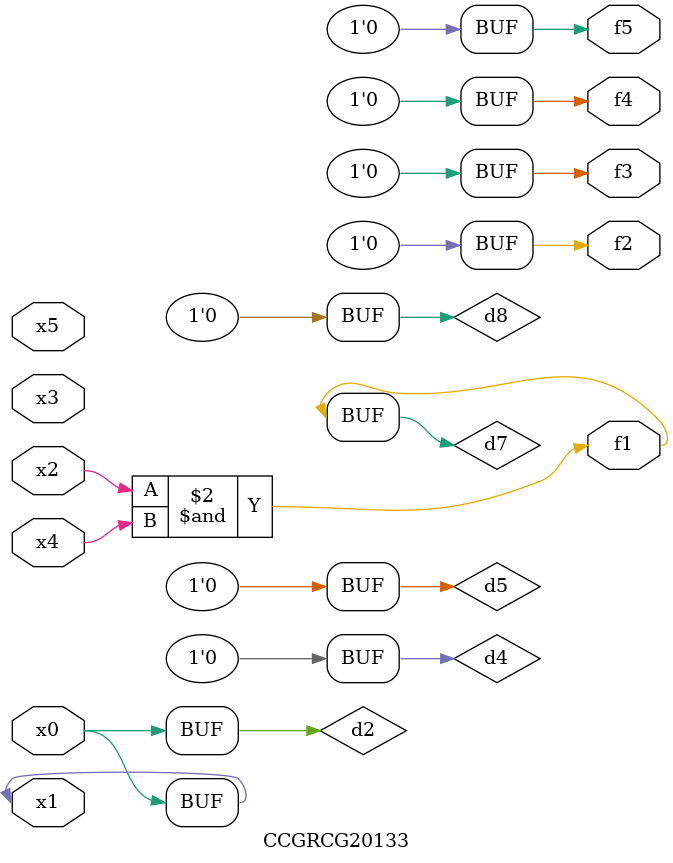
<source format=v>
module CCGRCG20133(
	input x0, x1, x2, x3, x4, x5,
	output f1, f2, f3, f4, f5
);

	wire d1, d2, d3, d4, d5, d6, d7, d8, d9;

	nand (d1, x1);
	buf (d2, x0, x1);
	nand (d3, x2, x4);
	and (d4, d1, d2);
	and (d5, d1, d2);
	nand (d6, d1, d3);
	not (d7, d3);
	xor (d8, d5);
	nor (d9, d5, d6);
	assign f1 = d7;
	assign f2 = d8;
	assign f3 = d8;
	assign f4 = d8;
	assign f5 = d8;
endmodule

</source>
